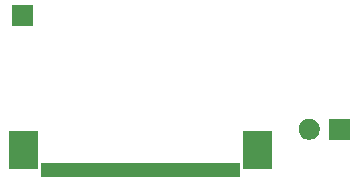
<source format=gbs>
G04 #@! TF.GenerationSoftware,KiCad,Pcbnew,(5.1.6)-1*
G04 #@! TF.CreationDate,2020-08-20T18:03:11-07:00*
G04 #@! TF.ProjectId,dualscreen_sp,6475616c-7363-4726-9565-6e5f73702e6b,rev?*
G04 #@! TF.SameCoordinates,Original*
G04 #@! TF.FileFunction,Soldermask,Bot*
G04 #@! TF.FilePolarity,Negative*
%FSLAX46Y46*%
G04 Gerber Fmt 4.6, Leading zero omitted, Abs format (unit mm)*
G04 Created by KiCad (PCBNEW (5.1.6)-1) date 2020-08-20 18:03:11*
%MOMM*%
%LPD*%
G01*
G04 APERTURE LIST*
%ADD10C,0.100000*%
G04 APERTURE END LIST*
D10*
G36*
X8451000Y-28951000D02*
G01*
X-8451000Y-28951000D01*
X-8451000Y-27749000D01*
X8451000Y-27749000D01*
X8451000Y-28951000D01*
G37*
G36*
X11121000Y-28251000D02*
G01*
X8719000Y-28251000D01*
X8719000Y-25049000D01*
X11121000Y-25049000D01*
X11121000Y-28251000D01*
G37*
G36*
X-8719000Y-28251000D02*
G01*
X-11121000Y-28251000D01*
X-11121000Y-25049000D01*
X-8719000Y-25049000D01*
X-8719000Y-28251000D01*
G37*
G36*
X14393512Y-24007927D02*
G01*
X14542812Y-24037624D01*
X14706784Y-24105544D01*
X14854354Y-24204147D01*
X14979853Y-24329646D01*
X15078456Y-24477216D01*
X15146376Y-24641188D01*
X15181000Y-24815259D01*
X15181000Y-24992741D01*
X15146376Y-25166812D01*
X15078456Y-25330784D01*
X14979853Y-25478354D01*
X14854354Y-25603853D01*
X14706784Y-25702456D01*
X14542812Y-25770376D01*
X14393512Y-25800073D01*
X14368742Y-25805000D01*
X14191258Y-25805000D01*
X14166488Y-25800073D01*
X14017188Y-25770376D01*
X13853216Y-25702456D01*
X13705646Y-25603853D01*
X13580147Y-25478354D01*
X13481544Y-25330784D01*
X13413624Y-25166812D01*
X13379000Y-24992741D01*
X13379000Y-24815259D01*
X13413624Y-24641188D01*
X13481544Y-24477216D01*
X13580147Y-24329646D01*
X13705646Y-24204147D01*
X13853216Y-24105544D01*
X14017188Y-24037624D01*
X14166488Y-24007927D01*
X14191258Y-24003000D01*
X14368742Y-24003000D01*
X14393512Y-24007927D01*
G37*
G36*
X17721000Y-25805000D02*
G01*
X15919000Y-25805000D01*
X15919000Y-24003000D01*
X17721000Y-24003000D01*
X17721000Y-25805000D01*
G37*
G36*
X-9099000Y-16151000D02*
G01*
X-10901000Y-16151000D01*
X-10901000Y-14349000D01*
X-9099000Y-14349000D01*
X-9099000Y-16151000D01*
G37*
M02*

</source>
